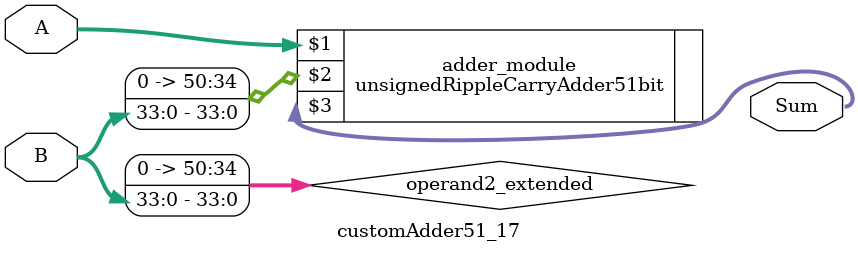
<source format=v>
module customAdder51_17(
                        input [50 : 0] A,
                        input [33 : 0] B,
                        
                        output [51 : 0] Sum
                );

        wire [50 : 0] operand2_extended;
        
        assign operand2_extended =  {17'b0, B};
        
        unsignedRippleCarryAdder51bit adder_module(
            A,
            operand2_extended,
            Sum
        );
        
        endmodule
        
</source>
